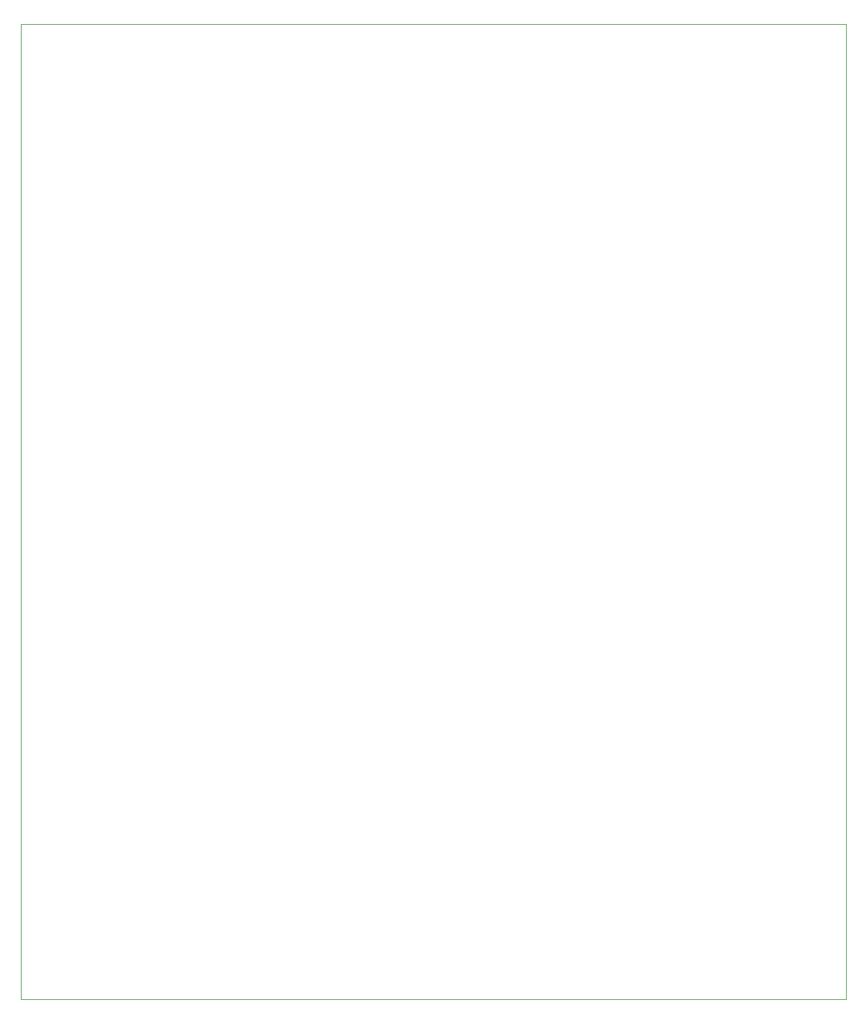
<source format=gm1>
G04*
G04 #@! TF.GenerationSoftware,Altium Limited,Altium Designer,20.1.8 (145)*
G04*
G04 Layer_Color=16711935*
%FSLAX25Y25*%
%MOIN*%
G70*
G04*
G04 #@! TF.SameCoordinates,B2597B0D-1261-4A9C-B8C6-2B3A9A2459E2*
G04*
G04*
G04 #@! TF.FilePolarity,Positive*
G04*
G01*
G75*
%ADD10C,0.00100*%
D10*
X116500Y600000D02*
X550000D01*
Y88000D02*
Y600000D01*
X116500Y88000D02*
X550000D01*
X116500D02*
Y600000D01*
M02*

</source>
